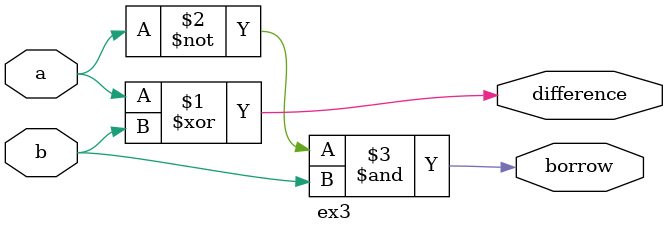
<source format=v>
module ex3(a,b,difference,borrow); 
input a,b; 
output difference,borrow; 
assign difference= (a ^ b); 
assign borrow= ( ~a & b); 
endmodule
</source>
